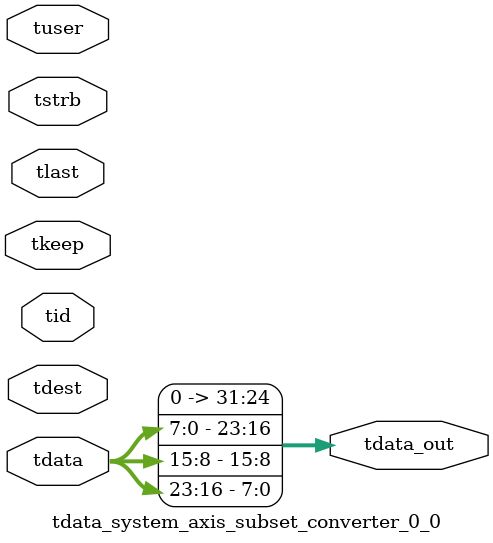
<source format=v>


`timescale 1ps/1ps

module tdata_system_axis_subset_converter_0_0 #
(
parameter C_S_AXIS_TDATA_WIDTH = 32,
parameter C_S_AXIS_TUSER_WIDTH = 0,
parameter C_S_AXIS_TID_WIDTH   = 0,
parameter C_S_AXIS_TDEST_WIDTH = 0,
parameter C_M_AXIS_TDATA_WIDTH = 32
)
(
input  [(C_S_AXIS_TDATA_WIDTH == 0 ? 1 : C_S_AXIS_TDATA_WIDTH)-1:0     ] tdata,
input  [(C_S_AXIS_TUSER_WIDTH == 0 ? 1 : C_S_AXIS_TUSER_WIDTH)-1:0     ] tuser,
input  [(C_S_AXIS_TID_WIDTH   == 0 ? 1 : C_S_AXIS_TID_WIDTH)-1:0       ] tid,
input  [(C_S_AXIS_TDEST_WIDTH == 0 ? 1 : C_S_AXIS_TDEST_WIDTH)-1:0     ] tdest,
input  [(C_S_AXIS_TDATA_WIDTH/8)-1:0 ] tkeep,
input  [(C_S_AXIS_TDATA_WIDTH/8)-1:0 ] tstrb,
input                                                                    tlast,
output [C_M_AXIS_TDATA_WIDTH-1:0] tdata_out
);

assign tdata_out = {tdata[7:0],tdata[15:8],tdata[23:16]};

endmodule


</source>
